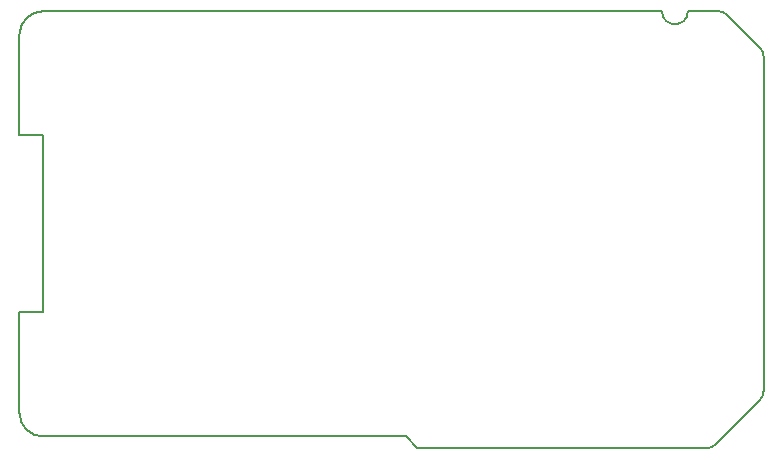
<source format=gm1>
G04*
G04 #@! TF.GenerationSoftware,Altium Limited,Altium Designer,23.8.1 (32)*
G04*
G04 Layer_Color=16711935*
%FSLAX44Y44*%
%MOMM*%
G71*
G04*
G04 #@! TF.SameCoordinates,734B7F2F-E986-4DD8-8F6E-206143954E38*
G04*
G04*
G04 #@! TF.FilePolarity,Positive*
G04*
G01*
G75*
%ADD16C,0.1270*%
D16*
X528436Y346994D02*
G03*
X550435Y346994I10999J100D01*
G01*
X614435Y308852D02*
G03*
X611506Y315923I-10000J-0D01*
G01*
X614435Y308852D02*
G03*
X611506Y315923I-10000J-0D01*
G01*
X583364Y344065D02*
G03*
X576293Y346994I-7071J-7071D01*
G01*
X4431Y347031D02*
G03*
X-15569Y327031I0J-20000D01*
G01*
X-15565Y6998D02*
G03*
X4431Y-13006I20000J-4D01*
G01*
X611506Y18065D02*
G03*
X614435Y25136I-7071J7071D01*
G01*
X566257Y-22996D02*
G03*
X573328Y-20067I-0J10000D01*
G01*
X566283Y-23031D02*
G03*
X573354Y-20103I-0J10000D01*
G01*
X566283Y-23031D02*
G03*
X573354Y-20103I-0J10000D01*
G01*
X611532Y18030D02*
G03*
X614461Y25101I-7071J7071D01*
G01*
X-15539Y6963D02*
G03*
X4457Y-13042I20000J-4D01*
G01*
X528461Y346958D02*
G03*
X550460Y346958I10999J100D01*
G01*
X528461D02*
G03*
X550460Y346958I10999J100D01*
G01*
X614461Y308816D02*
G03*
X611532Y315887I-10000J-0D01*
G01*
X-15539Y6963D02*
G03*
X4457Y-13042I20000J-4D01*
G01*
X611532Y18030D02*
G03*
X614461Y25101I-7071J7071D01*
G01*
X583390Y344030D02*
G03*
X576319Y346958I-7071J-7071D01*
G01*
X583390Y344030D02*
G03*
X576319Y346958I-7071J-7071D01*
G01*
X4457Y346996D02*
G03*
X-15543Y326996I0J-20000D01*
G01*
X4457Y346996D02*
G03*
X-15543Y326996I0J-20000D01*
G01*
X-15565Y242144D02*
X4435D01*
X550435Y346994D02*
X576293D01*
X4431Y347031D02*
X4435Y346994D01*
X-15565Y242144D02*
Y326994D01*
Y92144D02*
X4435D01*
X-15565Y6998D02*
Y92144D01*
X4435D02*
Y242144D01*
X566257Y-23006D02*
Y-22996D01*
X573351Y-20090D02*
X583364Y-10077D01*
X573328Y-20067D02*
X573351Y-20090D01*
X573354Y-20103D02*
X573377Y-20126D01*
X4457Y346996D02*
X4461Y346958D01*
X583390Y-10113D02*
X611532Y18030D01*
X583390Y344030D02*
X611532Y315887D01*
X566283Y-23042D02*
Y-23031D01*
X311461Y-13042D02*
X321461Y-23042D01*
X614461Y25101D02*
Y308816D01*
X321461Y-23042D02*
X566283D01*
X4457Y-13042D02*
X311461D01*
X-15543Y326996D02*
X-15539Y326959D01*
X4461Y346958D02*
X528461D01*
M02*

</source>
